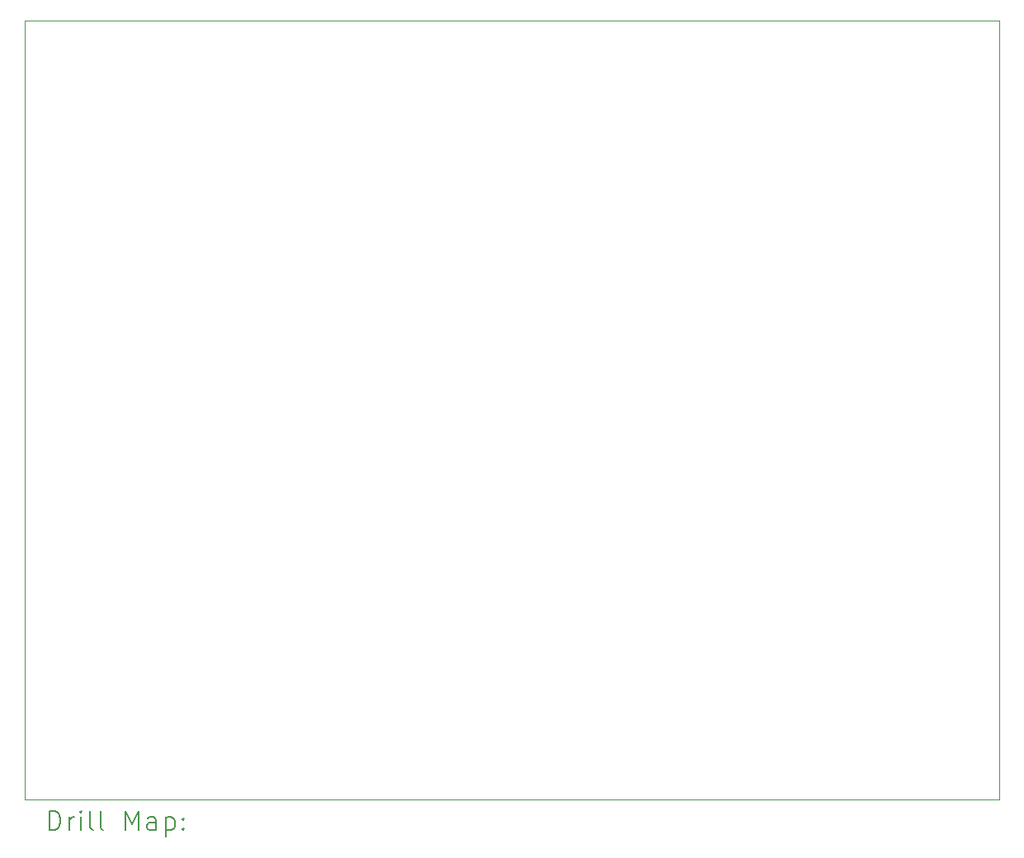
<source format=gbr>
%TF.GenerationSoftware,KiCad,Pcbnew,(6.0.8)*%
%TF.CreationDate,2023-01-08T14:39:54+01:00*%
%TF.ProjectId,MainPCB-Rev2,4d61696e-5043-4422-9d52-6576322e6b69,rev?*%
%TF.SameCoordinates,Original*%
%TF.FileFunction,Drillmap*%
%TF.FilePolarity,Positive*%
%FSLAX45Y45*%
G04 Gerber Fmt 4.5, Leading zero omitted, Abs format (unit mm)*
G04 Created by KiCad (PCBNEW (6.0.8)) date 2023-01-08 14:39:54*
%MOMM*%
%LPD*%
G01*
G04 APERTURE LIST*
%ADD10C,0.100000*%
%ADD11C,0.200000*%
G04 APERTURE END LIST*
D10*
X3000000Y-5000000D02*
X13000000Y-5000000D01*
X13000000Y-5000000D02*
X13000000Y-13000000D01*
X13000000Y-13000000D02*
X3000000Y-13000000D01*
X3000000Y-13000000D02*
X3000000Y-5000000D01*
D11*
X3252619Y-13315476D02*
X3252619Y-13115476D01*
X3300238Y-13115476D01*
X3328809Y-13125000D01*
X3347857Y-13144048D01*
X3357381Y-13163095D01*
X3366905Y-13201190D01*
X3366905Y-13229762D01*
X3357381Y-13267857D01*
X3347857Y-13286905D01*
X3328809Y-13305952D01*
X3300238Y-13315476D01*
X3252619Y-13315476D01*
X3452619Y-13315476D02*
X3452619Y-13182143D01*
X3452619Y-13220238D02*
X3462143Y-13201190D01*
X3471667Y-13191667D01*
X3490714Y-13182143D01*
X3509762Y-13182143D01*
X3576428Y-13315476D02*
X3576428Y-13182143D01*
X3576428Y-13115476D02*
X3566905Y-13125000D01*
X3576428Y-13134524D01*
X3585952Y-13125000D01*
X3576428Y-13115476D01*
X3576428Y-13134524D01*
X3700238Y-13315476D02*
X3681190Y-13305952D01*
X3671667Y-13286905D01*
X3671667Y-13115476D01*
X3805000Y-13315476D02*
X3785952Y-13305952D01*
X3776428Y-13286905D01*
X3776428Y-13115476D01*
X4033571Y-13315476D02*
X4033571Y-13115476D01*
X4100238Y-13258333D01*
X4166905Y-13115476D01*
X4166905Y-13315476D01*
X4347857Y-13315476D02*
X4347857Y-13210714D01*
X4338333Y-13191667D01*
X4319286Y-13182143D01*
X4281190Y-13182143D01*
X4262143Y-13191667D01*
X4347857Y-13305952D02*
X4328810Y-13315476D01*
X4281190Y-13315476D01*
X4262143Y-13305952D01*
X4252619Y-13286905D01*
X4252619Y-13267857D01*
X4262143Y-13248809D01*
X4281190Y-13239286D01*
X4328810Y-13239286D01*
X4347857Y-13229762D01*
X4443095Y-13182143D02*
X4443095Y-13382143D01*
X4443095Y-13191667D02*
X4462143Y-13182143D01*
X4500238Y-13182143D01*
X4519286Y-13191667D01*
X4528810Y-13201190D01*
X4538333Y-13220238D01*
X4538333Y-13277381D01*
X4528810Y-13296428D01*
X4519286Y-13305952D01*
X4500238Y-13315476D01*
X4462143Y-13315476D01*
X4443095Y-13305952D01*
X4624048Y-13296428D02*
X4633571Y-13305952D01*
X4624048Y-13315476D01*
X4614524Y-13305952D01*
X4624048Y-13296428D01*
X4624048Y-13315476D01*
X4624048Y-13191667D02*
X4633571Y-13201190D01*
X4624048Y-13210714D01*
X4614524Y-13201190D01*
X4624048Y-13191667D01*
X4624048Y-13210714D01*
M02*

</source>
